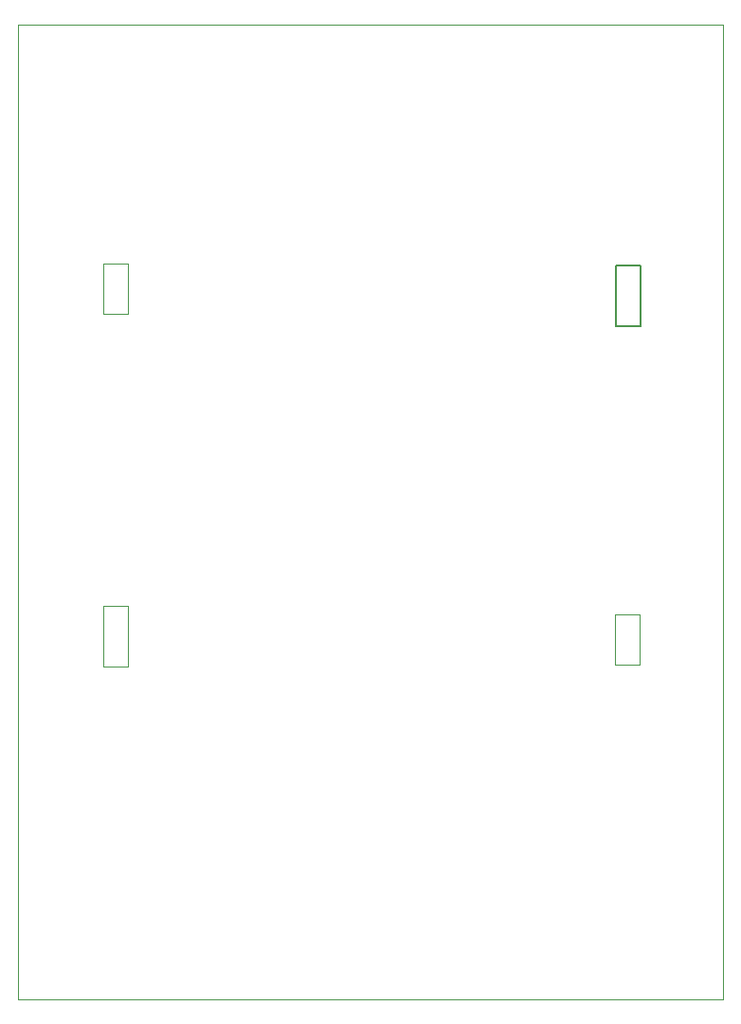
<source format=gm1>
G04 #@! TF.GenerationSoftware,KiCad,Pcbnew,7.0.10-dirty*
G04 #@! TF.CreationDate,2024-02-04T15:29:55-03:00*
G04 #@! TF.ProjectId,simetrica,73696d65-7472-4696-9361-2e6b69636164,Version 2.0*
G04 #@! TF.SameCoordinates,Original*
G04 #@! TF.FileFunction,Profile,NP*
%FSLAX46Y46*%
G04 Gerber Fmt 4.6, Leading zero omitted, Abs format (unit mm)*
G04 Created by KiCad (PCBNEW 7.0.10-dirty) date 2024-02-04 15:29:55*
%MOMM*%
%LPD*%
G01*
G04 APERTURE LIST*
G04 #@! TA.AperFunction,Profile*
%ADD10C,0.100000*%
G04 #@! TD*
G04 #@! TA.AperFunction,Profile*
%ADD11C,0.150000*%
G04 #@! TD*
G04 APERTURE END LIST*
D10*
X110610000Y-71350000D02*
X112830000Y-71350000D01*
X112830000Y-75840000D01*
X110610000Y-75840000D01*
X110610000Y-71350000D01*
D11*
X156400000Y-71480000D02*
X158600000Y-71480000D01*
X158600000Y-76880000D01*
X156400000Y-76880000D01*
X156400000Y-71480000D01*
D10*
X110620000Y-101930000D02*
X112820000Y-101930000D01*
X112820000Y-107350000D01*
X110620000Y-107350000D01*
X110620000Y-101930000D01*
X103000000Y-50000000D02*
X166000000Y-50000000D01*
X166000000Y-137000000D01*
X103000000Y-137000000D01*
X103000000Y-50000000D01*
X156330000Y-102615000D02*
X158550000Y-102615000D01*
X158550000Y-107105000D01*
X156330000Y-107105000D01*
X156330000Y-102615000D01*
M02*

</source>
